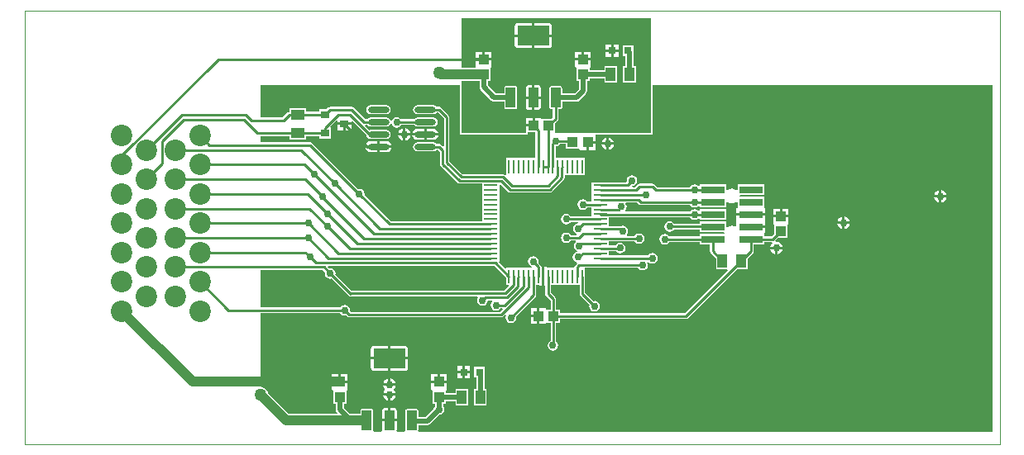
<source format=gtl>
G04*
G04 #@! TF.GenerationSoftware,Altium Limited,Altium Designer,18.1.6 (161)*
G04*
G04 Layer_Physical_Order=1*
G04 Layer_Color=255*
%FSLAX25Y25*%
%MOIN*%
G70*
G01*
G75*
%ADD16C,0.01000*%
%ADD17C,0.00100*%
G04:AMPARAMS|DCode=18|XSize=39.37mil|YSize=80.71mil|CornerRadius=1.97mil|HoleSize=0mil|Usage=FLASHONLY|Rotation=180.000|XOffset=0mil|YOffset=0mil|HoleType=Round|Shape=RoundedRectangle|*
%AMROUNDEDRECTD18*
21,1,0.03937,0.07677,0,0,180.0*
21,1,0.03543,0.08071,0,0,180.0*
1,1,0.00394,-0.01772,0.03839*
1,1,0.00394,0.01772,0.03839*
1,1,0.00394,0.01772,-0.03839*
1,1,0.00394,-0.01772,-0.03839*
%
%ADD18ROUNDEDRECTD18*%
G04:AMPARAMS|DCode=19|XSize=127.95mil|YSize=80.71mil|CornerRadius=2.02mil|HoleSize=0mil|Usage=FLASHONLY|Rotation=180.000|XOffset=0mil|YOffset=0mil|HoleType=Round|Shape=RoundedRectangle|*
%AMROUNDEDRECTD19*
21,1,0.12795,0.07667,0,0,180.0*
21,1,0.12392,0.08071,0,0,180.0*
1,1,0.00404,-0.06196,0.03834*
1,1,0.00404,0.06196,0.03834*
1,1,0.00404,0.06196,-0.03834*
1,1,0.00404,-0.06196,-0.03834*
%
%ADD19ROUNDEDRECTD19*%
%ADD20R,0.03150X0.03150*%
%ADD21R,0.03937X0.05512*%
%ADD22R,0.04134X0.04134*%
%ADD23R,0.01100X0.05800*%
%ADD24R,0.05800X0.01100*%
%ADD25R,0.05512X0.03937*%
%ADD26R,0.09449X0.02992*%
%ADD27O,0.08661X0.02362*%
%ADD28R,0.03543X0.03150*%
%ADD29R,0.04134X0.04134*%
%ADD46C,0.02000*%
%ADD47C,0.04000*%
%ADD48C,0.08661*%
%ADD49C,0.03000*%
%ADD50C,0.05000*%
G36*
X252500Y125500D02*
X214177D01*
X213946Y125904D01*
Y129652D01*
X214848Y130554D01*
X215091Y130918D01*
X215177Y131347D01*
X215177Y131348D01*
Y135229D01*
X215827D01*
X216138Y135291D01*
X216401Y135467D01*
X216577Y135730D01*
X216639Y136041D01*
Y138248D01*
X222443D01*
X223067Y138373D01*
X223596Y138726D01*
X226153Y141284D01*
X226507Y141813D01*
X226631Y142437D01*
Y146563D01*
X227667D01*
Y147599D01*
X233691D01*
Y145874D01*
X238828D01*
Y152586D01*
X233691D01*
Y150861D01*
X227667D01*
Y151766D01*
X227667Y151897D01*
X227984Y152266D01*
X228067D01*
Y154832D01*
X221933D01*
Y152266D01*
X222016D01*
X222333Y151897D01*
X222333Y151766D01*
Y146563D01*
X223369D01*
Y143113D01*
X221767Y141511D01*
X216639D01*
Y143718D01*
X216577Y144029D01*
X216401Y144293D01*
X216138Y144469D01*
X215827Y144531D01*
X212283D01*
X211973Y144469D01*
X211709Y144293D01*
X211533Y144029D01*
X211471Y143718D01*
Y136041D01*
X211533Y135730D01*
X211709Y135467D01*
X211973Y135291D01*
X212283Y135229D01*
X212934D01*
Y131812D01*
X212360Y131238D01*
X208744D01*
X208612Y131238D01*
X208244Y131556D01*
Y131638D01*
X205677D01*
Y128571D01*
X205177D01*
Y128071D01*
X202110D01*
X202110Y125504D01*
X201612Y125500D01*
X176000D01*
Y146608D01*
X182333D01*
Y146563D01*
X183369D01*
Y144151D01*
X183493Y143527D01*
X183846Y142998D01*
X188118Y138726D01*
X188647Y138373D01*
X189272Y138248D01*
X193361D01*
Y136041D01*
X193423Y135730D01*
X193599Y135467D01*
X193862Y135291D01*
X194173Y135229D01*
X197716D01*
X198027Y135291D01*
X198291Y135467D01*
X198467Y135730D01*
X198529Y136041D01*
Y143718D01*
X198467Y144029D01*
X198291Y144293D01*
X198027Y144469D01*
X197716Y144531D01*
X194173D01*
X193862Y144469D01*
X193599Y144293D01*
X193423Y144029D01*
X193361Y143718D01*
Y141511D01*
X189947D01*
X186631Y144827D01*
Y146563D01*
X187667D01*
Y151766D01*
X187667Y151897D01*
X187984Y152266D01*
X188067D01*
Y154832D01*
X181933D01*
Y152352D01*
X181933Y152266D01*
X181723Y151853D01*
X176000D01*
Y172000D01*
X252500D01*
Y125500D01*
D02*
G37*
G36*
X390000Y145000D02*
Y5000D01*
X158858Y5000D01*
X158579Y5478D01*
X158581Y5500D01*
X158639Y5791D01*
Y7725D01*
X162356D01*
X162980Y7849D01*
X163510Y8202D01*
X167207Y11900D01*
X167819Y12022D01*
X168514Y12486D01*
X168978Y13181D01*
X169141Y14000D01*
X168978Y14819D01*
X168631Y15338D01*
Y16333D01*
X169667D01*
Y17369D01*
X173665D01*
Y15447D01*
X178803D01*
Y22159D01*
X173665D01*
Y20631D01*
X169667D01*
Y21535D01*
X169667Y21667D01*
X169984Y22035D01*
X170067D01*
Y24602D01*
X163933D01*
Y22035D01*
X164016D01*
X164333Y21667D01*
X164333Y21535D01*
Y16333D01*
X165369D01*
Y15338D01*
X165022Y14819D01*
X164900Y14207D01*
X161680Y10987D01*
X158639D01*
Y13468D01*
X158577Y13779D01*
X158401Y14043D01*
X158138Y14219D01*
X157827Y14281D01*
X154283D01*
X153973Y14219D01*
X153709Y14043D01*
X153533Y13779D01*
X153471Y13468D01*
Y5791D01*
X153529Y5500D01*
X153531Y5478D01*
X153252Y5000D01*
X150238D01*
X149934Y5500D01*
X149992Y5791D01*
Y9130D01*
X147000D01*
X144008D01*
Y5791D01*
X144066Y5500D01*
X143762Y5000D01*
X140747D01*
X140469Y5478D01*
X140471Y5500D01*
X140529Y5791D01*
Y9339D01*
X140567Y9630D01*
X140529Y9921D01*
Y13468D01*
X140467Y13779D01*
X140291Y14043D01*
X140027Y14219D01*
X139716Y14281D01*
X136173D01*
X135862Y14219D01*
X135599Y14043D01*
X135423Y13779D01*
X135361Y13468D01*
Y12252D01*
X131055D01*
X128631Y14676D01*
Y16333D01*
X129667D01*
Y21535D01*
X129667Y21667D01*
X129984Y22035D01*
X130067D01*
Y24602D01*
X123933D01*
Y22035D01*
X124016D01*
X124333Y21667D01*
X124333Y21535D01*
Y16333D01*
X125369D01*
Y14000D01*
X125493Y13376D01*
X125847Y12846D01*
X125979Y12714D01*
X125787Y12252D01*
X106456D01*
X98039Y20670D01*
X98020Y20809D01*
X97708Y21563D01*
X97211Y22211D01*
X96563Y22708D01*
X95809Y23020D01*
X95000Y23127D01*
Y52878D01*
X127224D01*
X127486Y52486D01*
X128181Y52022D01*
X129000Y51859D01*
X129463Y51951D01*
X129989Y51425D01*
X129989Y51425D01*
X130352Y51182D01*
X130782Y51097D01*
X130782Y51097D01*
X192045D01*
X192045Y51097D01*
X192474Y51182D01*
X192838Y51425D01*
X193800Y52387D01*
X194188Y52068D01*
X194022Y51819D01*
X193859Y51000D01*
X194022Y50181D01*
X194486Y49486D01*
X195181Y49022D01*
X196000Y48859D01*
X196819Y49022D01*
X197514Y49486D01*
X197978Y50181D01*
X198141Y51000D01*
X198049Y51463D01*
X205872Y59286D01*
X205872Y59286D01*
X206115Y59649D01*
X206200Y60079D01*
X206200Y60079D01*
Y64207D01*
X207466D01*
Y63807D01*
X208516D01*
Y67707D01*
Y71607D01*
X208137D01*
X208083Y71875D01*
X207840Y72239D01*
X207840Y72239D01*
X207010Y73069D01*
X207141Y73731D01*
X206978Y74550D01*
X206514Y75245D01*
X205819Y75709D01*
X205000Y75872D01*
X204181Y75709D01*
X203486Y75245D01*
X203022Y74550D01*
X202859Y73731D01*
X203022Y72912D01*
X203486Y72217D01*
X204181Y71753D01*
X204413Y71707D01*
X204363Y71207D01*
X194086D01*
Y71096D01*
X193624Y70905D01*
X191098Y73431D01*
X191289Y73893D01*
X191400D01*
Y75861D01*
Y79798D01*
Y83735D01*
Y87672D01*
Y91609D01*
Y95546D01*
Y99483D01*
Y104572D01*
X191900Y104779D01*
X194870Y101809D01*
X194870Y101809D01*
X195234Y101566D01*
X195663Y101480D01*
X211636D01*
X211636Y101480D01*
X212065Y101566D01*
X212429Y101809D01*
X217364Y106745D01*
X217364Y106745D01*
X217607Y107108D01*
X217693Y107538D01*
Y108407D01*
X225914D01*
Y115407D01*
X214074D01*
Y120089D01*
X214110Y120118D01*
X214929Y120281D01*
X215624Y120745D01*
X215886Y121138D01*
X218231D01*
Y119082D01*
X223433D01*
X223565Y119082D01*
X223933Y118765D01*
Y118683D01*
X226500D01*
Y121749D01*
X227000D01*
Y122249D01*
X230067D01*
X230067Y124816D01*
X230553Y124850D01*
X252500D01*
X252959Y125041D01*
X253149Y125500D01*
Y145000D01*
X390000D01*
D02*
G37*
G36*
X175350Y145000D02*
Y125500D01*
X175541Y125041D01*
X176000Y124850D01*
X201612D01*
X201614Y124852D01*
X201617Y124851D01*
X202116Y124855D01*
X202342Y124951D01*
X202569Y125045D01*
X202570Y125048D01*
X202573Y125049D01*
X202665Y125277D01*
X202759Y125504D01*
Y125904D01*
X205926D01*
Y115407D01*
X194086D01*
Y108735D01*
X193586Y108528D01*
X193501Y108614D01*
X193137Y108857D01*
X192708Y108942D01*
X192708Y108942D01*
X176463D01*
X171222Y114183D01*
Y131935D01*
X171136Y132365D01*
X170893Y132729D01*
X170893Y132729D01*
X167793Y135828D01*
X167429Y136072D01*
X167000Y136157D01*
X167000Y136157D01*
X166063D01*
X165954Y136319D01*
X165365Y136713D01*
X164670Y136851D01*
X158371D01*
X157676Y136713D01*
X157087Y136319D01*
X156693Y135730D01*
X156555Y135035D01*
X156693Y134341D01*
X157087Y133751D01*
X157676Y133358D01*
X158371Y133219D01*
X164670D01*
X165365Y133358D01*
X165954Y133751D01*
X166063Y133914D01*
X166535D01*
X168978Y131471D01*
Y120261D01*
X168517Y120070D01*
X167758Y120828D01*
X167394Y121072D01*
X166965Y121157D01*
X166964Y121157D01*
X166063D01*
X165954Y121319D01*
X165365Y121713D01*
X164670Y121851D01*
X158371D01*
X157676Y121713D01*
X157087Y121319D01*
X156693Y120730D01*
X156555Y120035D01*
X156693Y119341D01*
X157087Y118751D01*
X157676Y118358D01*
X158371Y118219D01*
X164670D01*
X165365Y118358D01*
X165954Y118751D01*
X166024Y118856D01*
X166528Y118886D01*
X167378Y118035D01*
Y113056D01*
X167378Y113056D01*
X167464Y112627D01*
X167707Y112263D01*
X174543Y105427D01*
X174543Y105427D01*
X174907Y105184D01*
X175336Y105099D01*
X175336Y105099D01*
X184400D01*
Y101452D01*
Y97515D01*
Y93578D01*
Y89944D01*
X147532D01*
X136975Y100502D01*
X137067Y100965D01*
X136904Y101784D01*
X136440Y102479D01*
X135745Y102943D01*
X134925Y103106D01*
X134463Y103014D01*
X115953Y121523D01*
X115589Y121767D01*
X115160Y121852D01*
X115160Y121852D01*
X95000D01*
Y124392D01*
X106644D01*
Y122945D01*
X113356D01*
Y124392D01*
X118691D01*
Y123339D01*
X123435D01*
Y127688D01*
X123391D01*
X123200Y128150D01*
X125703Y130654D01*
X126165Y130463D01*
Y129754D01*
X128937D01*
X131709D01*
Y130095D01*
X132171Y130287D01*
X137716Y124741D01*
X137796Y124340D01*
X138189Y123751D01*
X138778Y123358D01*
X139473Y123219D01*
X145773D01*
X146468Y123358D01*
X147057Y123751D01*
X147450Y124340D01*
X147589Y125035D01*
X147450Y125730D01*
X147057Y126320D01*
X146468Y126713D01*
X145773Y126851D01*
X139473D01*
X138893Y126736D01*
X137216Y128414D01*
X137423Y128914D01*
X138081D01*
X138189Y128751D01*
X138778Y128358D01*
X139473Y128219D01*
X145773D01*
X146468Y128358D01*
X147057Y128751D01*
X147446Y129334D01*
X147476Y129340D01*
X147958Y129327D01*
X148022Y129004D01*
X148486Y128310D01*
X149181Y127846D01*
X150000Y127683D01*
X150819Y127846D01*
X151514Y128310D01*
X151918Y128914D01*
X156978D01*
X157087Y128751D01*
X157676Y128358D01*
X158371Y128219D01*
X164670D01*
X165365Y128358D01*
X165954Y128751D01*
X166348Y129341D01*
X166486Y130035D01*
X166348Y130730D01*
X165954Y131319D01*
X165365Y131713D01*
X164670Y131851D01*
X158371D01*
X157676Y131713D01*
X157087Y131319D01*
X156978Y131157D01*
X151635D01*
X151514Y131338D01*
X150819Y131802D01*
X150000Y131965D01*
X149181Y131802D01*
X148486Y131338D01*
X148022Y130643D01*
X148000Y130532D01*
X147490D01*
X147450Y130730D01*
X147057Y131319D01*
X146468Y131713D01*
X145773Y131851D01*
X139473D01*
X138778Y131713D01*
X138189Y131319D01*
X138081Y131157D01*
X137301D01*
X132671Y135787D01*
X132307Y136030D01*
X131878Y136115D01*
X131878Y136115D01*
X123063D01*
X123063Y136115D01*
X122634Y136030D01*
X122270Y135787D01*
X122270Y135787D01*
X121652Y135169D01*
X118691D01*
Y134115D01*
X113356D01*
Y135562D01*
X106644D01*
Y134096D01*
X106315Y134030D01*
X105951Y133787D01*
X105951Y133787D01*
X103954Y131790D01*
X95000D01*
Y143740D01*
Y145000D01*
X175350D01*
D02*
G37*
G36*
X194086Y67270D02*
Y64207D01*
X195006D01*
X195197Y63745D01*
X193325Y61873D01*
X131811D01*
X125284Y68400D01*
X125376Y68863D01*
X125213Y69682D01*
X124749Y70377D01*
X124055Y70841D01*
X123235Y71004D01*
X122772Y70912D01*
X122109Y71575D01*
X122300Y72037D01*
X189319D01*
X194086Y67270D01*
D02*
G37*
G36*
X121186Y69326D02*
X121094Y68863D01*
X121257Y68044D01*
X121721Y67349D01*
X122416Y66885D01*
X123235Y66722D01*
X123698Y66814D01*
X130654Y59858D01*
X130654Y59858D01*
X131018Y59615D01*
X131447Y59530D01*
X131876Y59615D01*
X131898Y59630D01*
X182462D01*
X182729Y59130D01*
X182522Y58819D01*
X182359Y58000D01*
X182522Y57181D01*
X182986Y56486D01*
X183681Y56022D01*
X184500Y55859D01*
X185319Y56022D01*
X186014Y56486D01*
X186478Y57181D01*
X186641Y58000D01*
X186666Y58030D01*
X188358D01*
X188510Y57530D01*
X188486Y57514D01*
X188022Y56819D01*
X187859Y56000D01*
X188022Y55181D01*
X188486Y54486D01*
X189181Y54022D01*
X190000Y53859D01*
X190819Y54022D01*
X191514Y54486D01*
X191776Y54878D01*
X192466D01*
X192657Y54417D01*
X191580Y53340D01*
X131473D01*
X131097Y53778D01*
X131141Y54000D01*
X130978Y54819D01*
X130514Y55514D01*
X129819Y55978D01*
X129000Y56141D01*
X128181Y55978D01*
X127486Y55514D01*
X127224Y55122D01*
X95000D01*
Y70315D01*
X120197D01*
X121186Y69326D01*
D02*
G37*
%LPC*%
G36*
X211196Y169939D02*
X205500D01*
Y165380D01*
X212421D01*
Y168713D01*
X212328Y169182D01*
X212062Y169580D01*
X211665Y169845D01*
X211196Y169939D01*
D02*
G37*
G36*
X204500D02*
X198804D01*
X198335Y169845D01*
X197938Y169580D01*
X197672Y169182D01*
X197579Y168713D01*
Y165380D01*
X204500D01*
Y169939D01*
D02*
G37*
G36*
X212421Y164380D02*
X205500D01*
Y159821D01*
X211196D01*
X211665Y159914D01*
X212062Y160180D01*
X212328Y160577D01*
X212421Y161046D01*
Y164380D01*
D02*
G37*
G36*
X204500D02*
X197579D01*
Y161046D01*
X197672Y160577D01*
X197938Y160180D01*
X198335Y159914D01*
X198804Y159821D01*
X204500D01*
Y164380D01*
D02*
G37*
G36*
X239425Y161352D02*
X237350D01*
Y159277D01*
X239425D01*
Y161352D01*
D02*
G37*
G36*
X236350D02*
X234276D01*
Y159277D01*
X236350D01*
Y161352D01*
D02*
G37*
G36*
X239425Y158277D02*
X237350D01*
Y156202D01*
X239425D01*
Y158277D01*
D02*
G37*
G36*
X236350D02*
X234276D01*
Y156202D01*
X236350D01*
Y158277D01*
D02*
G37*
G36*
X228067Y158399D02*
X225500D01*
Y155833D01*
X228067D01*
Y158399D01*
D02*
G37*
G36*
X224500D02*
X221933D01*
Y155833D01*
X224500D01*
Y158399D01*
D02*
G37*
G36*
X188067D02*
X185500D01*
Y155833D01*
X188067D01*
Y158399D01*
D02*
G37*
G36*
X184500D02*
X181933D01*
Y155833D01*
X184500D01*
Y158399D01*
D02*
G37*
G36*
X245324Y160952D02*
X240975D01*
Y156603D01*
X242109D01*
Y152586D01*
X241172D01*
Y145874D01*
X246309D01*
Y152586D01*
X245372D01*
Y158187D01*
X245324Y158424D01*
Y160952D01*
D02*
G37*
G36*
X206772Y144939D02*
X205500D01*
Y140380D01*
X207992D01*
Y143718D01*
X207899Y144185D01*
X207634Y144581D01*
X207239Y144846D01*
X206772Y144939D01*
D02*
G37*
G36*
X204500D02*
X203228D01*
X202761Y144846D01*
X202365Y144581D01*
X202101Y144185D01*
X202008Y143718D01*
Y140380D01*
X204500D01*
Y144939D01*
D02*
G37*
G36*
X207992Y139380D02*
X205500D01*
Y134821D01*
X206772D01*
X207239Y134914D01*
X207634Y135178D01*
X207899Y135574D01*
X207992Y136041D01*
Y139380D01*
D02*
G37*
G36*
X204500D02*
X202008D01*
Y136041D01*
X202101Y135574D01*
X202365Y135178D01*
X202761Y134914D01*
X203228Y134821D01*
X204500D01*
Y139380D01*
D02*
G37*
G36*
X204677Y131638D02*
X202110D01*
Y129071D01*
X204677D01*
Y131638D01*
D02*
G37*
G36*
X235500Y123699D02*
Y121749D01*
X237450D01*
X237355Y122225D01*
X236802Y123052D01*
X235976Y123604D01*
X235500Y123699D01*
D02*
G37*
G36*
X234500D02*
X234025Y123604D01*
X233198Y123052D01*
X232645Y122225D01*
X232551Y121749D01*
X234500D01*
Y123699D01*
D02*
G37*
G36*
X237450Y120749D02*
X235500D01*
Y118800D01*
X235976Y118895D01*
X236802Y119447D01*
X237355Y120274D01*
X237450Y120749D01*
D02*
G37*
G36*
X234500D02*
X232551D01*
X232645Y120274D01*
X233198Y119447D01*
X234025Y118895D01*
X234500Y118800D01*
Y120749D01*
D02*
G37*
G36*
X230067Y121249D02*
X227500D01*
Y118683D01*
X230067D01*
Y121249D01*
D02*
G37*
G36*
X244783Y108521D02*
X243964Y108358D01*
X243269Y107894D01*
X242805Y107199D01*
X242642Y106380D01*
X242695Y106115D01*
X242329Y105692D01*
X235600D01*
Y105720D01*
X228600D01*
Y101452D01*
Y97818D01*
X226776D01*
X226514Y98210D01*
X225819Y98675D01*
X225000Y98838D01*
X224181Y98675D01*
X223486Y98210D01*
X223022Y97516D01*
X222859Y96696D01*
X223022Y95877D01*
X223486Y95182D01*
X224181Y94718D01*
X225000Y94555D01*
X225819Y94718D01*
X226514Y95182D01*
X226776Y95575D01*
X228600D01*
Y91913D01*
X220091D01*
X219829Y92305D01*
X219134Y92769D01*
X218315Y92932D01*
X217496Y92769D01*
X216801Y92305D01*
X216337Y91610D01*
X216174Y90791D01*
X216337Y89972D01*
X216801Y89277D01*
X217496Y88813D01*
X218315Y88650D01*
X219134Y88813D01*
X219829Y89277D01*
X220091Y89669D01*
X223032D01*
X223269Y89169D01*
X223236Y89130D01*
X223178Y89141D01*
X222358Y88978D01*
X221664Y88514D01*
X221199Y87819D01*
X221037Y87000D01*
X221199Y86181D01*
X221664Y85486D01*
X222303Y85059D01*
X222374Y84960D01*
X222499Y84484D01*
X222414Y84370D01*
X220091D01*
X219829Y84762D01*
X219134Y85226D01*
X218315Y85389D01*
X217496Y85226D01*
X216801Y84762D01*
X216337Y84067D01*
X216174Y83248D01*
X216337Y82429D01*
X216801Y81734D01*
X217496Y81270D01*
X218315Y81107D01*
X219134Y81270D01*
X219829Y81734D01*
X220091Y82126D01*
X222072D01*
X222224Y81626D01*
X222056Y81514D01*
X221591Y80819D01*
X221428Y80000D01*
X221591Y79181D01*
X222056Y78486D01*
X222691Y78062D01*
X222703Y77821D01*
X222638Y77542D01*
X222181Y77451D01*
X221486Y76986D01*
X221022Y76292D01*
X220859Y75472D01*
X221022Y74653D01*
X221486Y73958D01*
X222181Y73494D01*
X222511Y73428D01*
X222586Y73309D01*
X222661Y72889D01*
X222002Y72230D01*
X221759Y71866D01*
X221674Y71437D01*
X221272Y71207D01*
X210566D01*
Y71607D01*
X209516D01*
Y67707D01*
Y63807D01*
X209863D01*
Y60651D01*
X209863Y60651D01*
X209948Y60222D01*
X210191Y59858D01*
X212028Y58021D01*
Y54401D01*
X210614D01*
X210483Y54401D01*
X210114Y54718D01*
Y54801D01*
X207547D01*
Y51734D01*
Y48667D01*
X210114D01*
Y48750D01*
X210483Y49067D01*
X210614Y49067D01*
X212028D01*
Y41711D01*
X211439Y41317D01*
X210975Y40622D01*
X210812Y39803D01*
X210975Y38984D01*
X211439Y38289D01*
X212133Y37825D01*
X212953Y37662D01*
X213772Y37825D01*
X214467Y38289D01*
X214931Y38984D01*
X215094Y39803D01*
X214931Y40622D01*
X214467Y41317D01*
X214271Y41448D01*
Y49067D01*
X215816D01*
Y50612D01*
X266592D01*
X266592Y50612D01*
X267021Y50698D01*
X267385Y50941D01*
X286970Y70526D01*
X291309D01*
Y74864D01*
X293470Y77026D01*
X293470Y77026D01*
X293713Y77390D01*
X293799Y77819D01*
Y80545D01*
X298002D01*
Y81520D01*
X301223D01*
X301374Y81020D01*
X301198Y80902D01*
X300645Y80075D01*
X300551Y79599D01*
X305450D01*
X305355Y80075D01*
X304802Y80902D01*
X303976Y81454D01*
X303000Y81648D01*
X302805Y81609D01*
X302559Y82070D01*
X303719Y83231D01*
X307467D01*
Y88433D01*
X307467Y88565D01*
X307785Y88933D01*
X307867D01*
Y91500D01*
X301733D01*
Y88933D01*
X301816D01*
X302133Y88565D01*
X302133Y88433D01*
Y84817D01*
X301079Y83763D01*
X298002D01*
Y84737D01*
X298224Y85145D01*
X298402D01*
Y87141D01*
X292677D01*
Y88141D01*
X298402D01*
Y89645D01*
X298402Y90137D01*
X298402Y90637D01*
Y92141D01*
X292677D01*
X286953D01*
Y90637D01*
X286953Y90145D01*
X286953Y89645D01*
Y87950D01*
X286819Y87884D01*
X286453Y87753D01*
X285775Y88033D01*
X285000Y88135D01*
X284225Y88033D01*
X283503Y87734D01*
X283147Y87461D01*
X282647Y87708D01*
Y89737D01*
X271998D01*
Y88881D01*
X261776D01*
X261514Y89273D01*
X260819Y89738D01*
X260000Y89901D01*
X259181Y89738D01*
X258486Y89273D01*
X258022Y88579D01*
X257859Y87759D01*
X258022Y86940D01*
X258486Y86245D01*
X259181Y85781D01*
X260000Y85618D01*
X260819Y85781D01*
X261514Y86245D01*
X261776Y86638D01*
X271998D01*
Y85545D01*
X281680D01*
X282010Y85169D01*
X282006Y85141D01*
X282010Y85113D01*
X281680Y84737D01*
X271998D01*
Y83763D01*
X259776D01*
X259514Y84155D01*
X258819Y84619D01*
X258000Y84782D01*
X257181Y84619D01*
X256486Y84155D01*
X256022Y83461D01*
X255859Y82641D01*
X256022Y81822D01*
X256486Y81127D01*
X257181Y80663D01*
X258000Y80500D01*
X258819Y80663D01*
X259514Y81127D01*
X259776Y81520D01*
X271998D01*
Y80545D01*
X276201D01*
Y77819D01*
X276201Y77819D01*
X276287Y77390D01*
X276530Y77026D01*
X278691Y74864D01*
Y70526D01*
X283145D01*
X283336Y70064D01*
X266128Y52856D01*
X215816D01*
Y54401D01*
X214271D01*
Y58486D01*
X214271Y58486D01*
X214186Y58915D01*
X213943Y59279D01*
X213943Y59279D01*
X212106Y61116D01*
Y64207D01*
X223642D01*
Y60651D01*
X223642Y60651D01*
X223728Y60222D01*
X223971Y59858D01*
X227709Y56120D01*
X227617Y55657D01*
X227780Y54838D01*
X228244Y54143D01*
X228938Y53679D01*
X229758Y53516D01*
X230577Y53679D01*
X231272Y54143D01*
X231736Y54838D01*
X231899Y55657D01*
X231736Y56477D01*
X231272Y57171D01*
X230577Y57635D01*
X229758Y57798D01*
X229295Y57706D01*
X225885Y61116D01*
Y64207D01*
X225914D01*
Y71090D01*
X247255D01*
X247517Y70697D01*
X248212Y70233D01*
X249031Y70070D01*
X249851Y70233D01*
X250546Y70697D01*
X251010Y71392D01*
X251173Y72211D01*
X251010Y73031D01*
X250905Y73187D01*
X251167Y73695D01*
X251459Y73705D01*
X251576Y73529D01*
X252271Y73065D01*
X253091Y72902D01*
X253910Y73065D01*
X254605Y73529D01*
X255069Y74224D01*
X255232Y75043D01*
X255069Y75862D01*
X254605Y76557D01*
X253910Y77021D01*
X253091Y77184D01*
X252271Y77021D01*
X251576Y76557D01*
X251314Y76164D01*
X235600D01*
Y77858D01*
X238303D01*
X238486Y77585D01*
X239181Y77121D01*
X240000Y76958D01*
X240819Y77121D01*
X241514Y77585D01*
X241978Y78280D01*
X242141Y79099D01*
X241978Y79919D01*
X241514Y80613D01*
X240819Y81077D01*
X240000Y81240D01*
X239181Y81077D01*
X238486Y80613D01*
X238144Y80101D01*
X235600D01*
Y81795D01*
X245933D01*
X246195Y81403D01*
X246890Y80939D01*
X247709Y80776D01*
X248529Y80939D01*
X249223Y81403D01*
X249687Y82098D01*
X249850Y82917D01*
X249687Y83736D01*
X249223Y84431D01*
X248529Y84895D01*
X247709Y85058D01*
X246890Y84895D01*
X246195Y84431D01*
X245933Y84039D01*
X242751D01*
X242624Y84539D01*
X243053Y85181D01*
X243216Y86000D01*
X243053Y86819D01*
X242589Y87514D01*
X241894Y87978D01*
X241075Y88141D01*
X240255Y87978D01*
X240227Y87959D01*
X240146Y87976D01*
X235600D01*
Y91520D01*
X268224D01*
X268486Y91127D01*
X269181Y90663D01*
X270000Y90500D01*
X270819Y90663D01*
X271498Y91117D01*
X271593Y91099D01*
X271998Y90952D01*
Y90545D01*
X282647D01*
Y94737D01*
X271998D01*
Y94330D01*
X271593Y94184D01*
X271498Y94166D01*
X270819Y94620D01*
X270000Y94782D01*
X269181Y94620D01*
X268486Y94155D01*
X268224Y93763D01*
X242127D01*
X241975Y94263D01*
X242014Y94289D01*
X242479Y94984D01*
X242642Y95803D01*
X242479Y96623D01*
X242197Y97043D01*
X242465Y97543D01*
X246870D01*
X247566Y96848D01*
X247566Y96848D01*
X247930Y96605D01*
X248359Y96520D01*
X248359Y96520D01*
X268224D01*
X268486Y96127D01*
X269181Y95663D01*
X270000Y95500D01*
X270819Y95663D01*
X271498Y96117D01*
X271593Y96099D01*
X271998Y95952D01*
Y95545D01*
X282647D01*
Y97575D01*
X283147Y97821D01*
X283503Y97548D01*
X284225Y97249D01*
X285000Y97147D01*
X285775Y97249D01*
X286497Y97548D01*
X286853Y97821D01*
X287353Y97575D01*
Y95637D01*
X287353Y95545D01*
X287130Y95137D01*
X286953D01*
Y93141D01*
X292677D01*
X298402D01*
Y95137D01*
X298224D01*
X298002Y95545D01*
X298002Y95637D01*
Y99737D01*
X288320D01*
X287990Y100113D01*
X287994Y100141D01*
X287990Y100169D01*
X288320Y100545D01*
X298002D01*
Y104737D01*
X287353D01*
Y102708D01*
X286853Y102461D01*
X286497Y102734D01*
X285775Y103033D01*
X285000Y103135D01*
X284225Y103033D01*
X283503Y102734D01*
X283147Y102461D01*
X282647Y102708D01*
Y104737D01*
X271998D01*
Y104291D01*
X271593Y104145D01*
X271498Y104126D01*
X270819Y104580D01*
X270000Y104743D01*
X269181Y104580D01*
X268486Y104116D01*
X268224Y103724D01*
X254996D01*
X253926Y104793D01*
X253563Y105036D01*
X253133Y105122D01*
X253133Y105122D01*
X247867D01*
X247867Y105122D01*
X247437Y105036D01*
X247074Y104793D01*
X247074Y104793D01*
X246004Y103724D01*
X244963D01*
X244726Y104224D01*
X244745Y104246D01*
X244783Y104239D01*
X245603Y104402D01*
X246298Y104866D01*
X246762Y105560D01*
X246925Y106380D01*
X246762Y107199D01*
X246298Y107894D01*
X245603Y108358D01*
X244783Y108521D01*
D02*
G37*
G36*
X369500Y102450D02*
Y100500D01*
X371449D01*
X371355Y100976D01*
X370802Y101802D01*
X369975Y102355D01*
X369500Y102450D01*
D02*
G37*
G36*
X368500D02*
X368024Y102355D01*
X367198Y101802D01*
X366645Y100976D01*
X366550Y100500D01*
X368500D01*
Y102450D01*
D02*
G37*
G36*
X371449Y99500D02*
X369500D01*
Y97550D01*
X369975Y97645D01*
X370802Y98198D01*
X371355Y99024D01*
X371449Y99500D01*
D02*
G37*
G36*
X368500D02*
X366550D01*
X366645Y99024D01*
X367198Y98198D01*
X368024Y97645D01*
X368500Y97550D01*
Y99500D01*
D02*
G37*
G36*
X307867Y95067D02*
X305300D01*
Y92500D01*
X307867D01*
Y95067D01*
D02*
G37*
G36*
X304300D02*
X301733D01*
Y92500D01*
X304300D01*
Y95067D01*
D02*
G37*
G36*
X330500Y91785D02*
Y89836D01*
X332450D01*
X332355Y90311D01*
X331802Y91138D01*
X330976Y91690D01*
X330500Y91785D01*
D02*
G37*
G36*
X329500D02*
X329025Y91690D01*
X328198Y91138D01*
X327645Y90311D01*
X327551Y89836D01*
X329500D01*
Y91785D01*
D02*
G37*
G36*
X332450Y88836D02*
X330500D01*
Y86886D01*
X330976Y86980D01*
X331802Y87533D01*
X332355Y88360D01*
X332450Y88836D01*
D02*
G37*
G36*
X329500D02*
X327551D01*
X327645Y88360D01*
X328198Y87533D01*
X329025Y86980D01*
X329500Y86886D01*
Y88836D01*
D02*
G37*
G36*
X305450Y78599D02*
X303500D01*
Y76650D01*
X303976Y76744D01*
X304802Y77297D01*
X305355Y78124D01*
X305450Y78599D01*
D02*
G37*
G36*
X302500D02*
X300551D01*
X300645Y78124D01*
X301198Y77297D01*
X302025Y76744D01*
X302500Y76650D01*
Y78599D01*
D02*
G37*
G36*
X206547Y54801D02*
X203980D01*
Y52234D01*
X206547D01*
Y54801D01*
D02*
G37*
G36*
Y51234D02*
X203980D01*
Y48667D01*
X206547D01*
Y51234D01*
D02*
G37*
G36*
X153196Y39689D02*
X147500D01*
Y35130D01*
X154421D01*
Y38464D01*
X154328Y38932D01*
X154062Y39330D01*
X153665Y39596D01*
X153196Y39689D01*
D02*
G37*
G36*
X146500D02*
X140804D01*
X140335Y39596D01*
X139938Y39330D01*
X139672Y38932D01*
X139579Y38464D01*
Y35130D01*
X146500D01*
Y39689D01*
D02*
G37*
G36*
X154421Y34130D02*
X147500D01*
Y29571D01*
X153196D01*
X153665Y29664D01*
X154062Y29930D01*
X154328Y30327D01*
X154421Y30796D01*
Y34130D01*
D02*
G37*
G36*
X146500D02*
X139579D01*
Y30796D01*
X139672Y30327D01*
X139938Y29930D01*
X140335Y29664D01*
X140804Y29571D01*
X146500D01*
Y34130D01*
D02*
G37*
G36*
X179575Y31575D02*
X177500D01*
Y29500D01*
X179575D01*
Y31575D01*
D02*
G37*
G36*
X176500D02*
X174425D01*
Y29500D01*
X176500D01*
Y31575D01*
D02*
G37*
G36*
X179575Y28500D02*
X177500D01*
Y26425D01*
X179575D01*
Y28500D01*
D02*
G37*
G36*
X176500D02*
X174425D01*
Y26425D01*
X176500D01*
Y28500D01*
D02*
G37*
G36*
X170067Y28169D02*
X167500D01*
Y25602D01*
X170067D01*
Y28169D01*
D02*
G37*
G36*
X166500D02*
X163933D01*
Y25602D01*
X166500D01*
Y28169D01*
D02*
G37*
G36*
X130067D02*
X127500D01*
Y25602D01*
X130067D01*
Y28169D01*
D02*
G37*
G36*
X126500D02*
X123933D01*
Y25602D01*
X126500D01*
Y28169D01*
D02*
G37*
G36*
X147500Y26449D02*
Y24500D01*
X149450D01*
X149355Y24975D01*
X148802Y25802D01*
X147976Y26355D01*
X147500Y26449D01*
D02*
G37*
G36*
X146500D02*
X146025Y26355D01*
X145198Y25802D01*
X144645Y24975D01*
X144551Y24500D01*
X146500D01*
Y26449D01*
D02*
G37*
G36*
X149450Y23500D02*
X144551D01*
X144645Y23024D01*
X145198Y22198D01*
Y21802D01*
X144645Y20976D01*
X144551Y20500D01*
X149450D01*
X149355Y20976D01*
X148802Y21802D01*
Y22198D01*
X149355Y23024D01*
X149450Y23500D01*
D02*
G37*
G36*
Y19500D02*
X147500D01*
Y17550D01*
X147976Y17645D01*
X148802Y18198D01*
X149355Y19025D01*
X149450Y19500D01*
D02*
G37*
G36*
X146500D02*
X144551D01*
X144645Y19025D01*
X145198Y18198D01*
X146025Y17645D01*
X146500Y17550D01*
Y19500D01*
D02*
G37*
G36*
X185474Y31175D02*
X181124D01*
Y26825D01*
X182083D01*
Y22159D01*
X181146D01*
Y15447D01*
X186283D01*
Y22159D01*
X185346D01*
Y26825D01*
X185474D01*
Y31175D01*
D02*
G37*
G36*
X148772Y14689D02*
X147500D01*
Y10130D01*
X149992D01*
Y13468D01*
X149899Y13936D01*
X149635Y14331D01*
X149239Y14596D01*
X148772Y14689D01*
D02*
G37*
G36*
X146500D02*
X145228D01*
X144761Y14596D01*
X144366Y14331D01*
X144101Y13936D01*
X144008Y13468D01*
Y10130D01*
X146500D01*
Y14689D01*
D02*
G37*
G36*
X145773Y136851D02*
X139473D01*
X138778Y136713D01*
X138189Y136319D01*
X137796Y135730D01*
X137657Y135035D01*
X137796Y134341D01*
X138189Y133751D01*
X138778Y133358D01*
X139473Y133219D01*
X145773D01*
X146468Y133358D01*
X147057Y133751D01*
X147450Y134341D01*
X147589Y135035D01*
X147450Y135730D01*
X147057Y136319D01*
X146468Y136713D01*
X145773Y136851D01*
D02*
G37*
G36*
X131709Y128754D02*
X129437D01*
Y126679D01*
X131709D01*
Y128754D01*
D02*
G37*
G36*
X128437D02*
X126165D01*
Y126679D01*
X128437D01*
Y128754D01*
D02*
G37*
G36*
X164670Y127259D02*
X162021D01*
Y125535D01*
X166795D01*
X166725Y125886D01*
X166243Y126608D01*
X165521Y127090D01*
X164670Y127259D01*
D02*
G37*
G36*
X161021D02*
X158371D01*
X157520Y127090D01*
X156799Y126608D01*
X156316Y125886D01*
X156247Y125535D01*
X161021D01*
Y127259D01*
D02*
G37*
G36*
X153500Y127450D02*
Y125500D01*
X155449D01*
X155355Y125976D01*
X154802Y126802D01*
X153975Y127355D01*
X153500Y127450D01*
D02*
G37*
G36*
X152500D02*
X152024Y127355D01*
X151198Y126802D01*
X150645Y125976D01*
X150550Y125500D01*
X152500D01*
Y127450D01*
D02*
G37*
G36*
X166795Y124535D02*
X162021D01*
Y122812D01*
X164670D01*
X165521Y122981D01*
X166243Y123463D01*
X166725Y124184D01*
X166795Y124535D01*
D02*
G37*
G36*
X161021D02*
X156247D01*
X156316Y124184D01*
X156799Y123463D01*
X157520Y122981D01*
X158371Y122812D01*
X161021D01*
Y124535D01*
D02*
G37*
G36*
X155449Y124500D02*
X153500D01*
Y122550D01*
X153975Y122645D01*
X154802Y123198D01*
X155355Y124024D01*
X155449Y124500D01*
D02*
G37*
G36*
X152500D02*
X150550D01*
X150645Y124024D01*
X151198Y123198D01*
X152024Y122645D01*
X152500Y122550D01*
Y124500D01*
D02*
G37*
G36*
X145773Y122259D02*
X143123D01*
Y120535D01*
X147897D01*
X147827Y120886D01*
X147345Y121608D01*
X146624Y122090D01*
X145773Y122259D01*
D02*
G37*
G36*
X142123D02*
X139473D01*
X138622Y122090D01*
X137901Y121608D01*
X137419Y120886D01*
X137349Y120535D01*
X142123D01*
Y122259D01*
D02*
G37*
G36*
X147897Y119535D02*
X143123D01*
Y117812D01*
X145773D01*
X146624Y117981D01*
X147345Y118463D01*
X147827Y119184D01*
X147897Y119535D01*
D02*
G37*
G36*
X142123D02*
X137349D01*
X137419Y119184D01*
X137901Y118463D01*
X138622Y117981D01*
X139473Y117812D01*
X142123D01*
Y119535D01*
D02*
G37*
%LPD*%
D16*
X219902Y122259D02*
X220898Y123255D01*
X39252Y112776D02*
Y116519D01*
X78066Y155333D01*
X55475Y113250D02*
Y122233D01*
X49095Y106870D02*
X55475Y113250D01*
X70748Y124587D02*
X74604Y120730D01*
X115160D01*
X134925Y100965D01*
X170100Y113719D02*
Y131935D01*
Y113719D02*
X175998Y107820D01*
X192708D01*
X196326Y104202D01*
X210973D01*
X195663Y102602D02*
X211636D01*
X192045Y106220D02*
X195663Y102602D01*
X175336Y106220D02*
X192045D01*
X168500Y113056D02*
X175336Y106220D01*
X211636Y102602D02*
X216571Y107538D01*
Y111588D01*
X216890Y111907D01*
X214921Y108150D02*
Y111907D01*
X210973Y104202D02*
X214921Y108150D01*
X197205Y64166D02*
Y67707D01*
X193790Y60751D02*
X197205Y64166D01*
X131547Y60751D02*
X193790D01*
X131447Y60651D02*
X131547Y60751D01*
X185651Y59151D02*
X194453D01*
X198855Y63554D01*
Y67388D01*
X199173Y67707D01*
X201142Y63578D02*
Y67707D01*
X193564Y56000D02*
X201142Y63578D01*
X190000Y56000D02*
X193564D01*
X129000Y54000D02*
X130782Y52218D01*
X192045D01*
X203110Y63284D01*
X196000Y51000D02*
X205079Y60079D01*
Y67707D01*
X270000Y92641D02*
X277087D01*
X232218D02*
X270000D01*
X260000Y87759D02*
X277205D01*
X258000Y82641D02*
X276772D01*
X277047Y82917D01*
X277087Y92641D02*
X277205Y92759D01*
X232100D02*
X232218Y92641D01*
X270000Y97641D02*
X277087D01*
X248359D02*
X270000D01*
X232100Y82917D02*
X247709D01*
X250374Y100633D02*
X250571D01*
X232100D02*
X250374D01*
X232100Y102602D02*
X246468D01*
X242974Y104570D02*
X244783Y106380D01*
X270000Y102602D02*
X277047D01*
X254532D02*
X270000D01*
X239425Y94728D02*
X240500Y95803D01*
X232100Y98665D02*
X247335D01*
X189784Y73159D02*
X195236Y67707D01*
X117314Y73159D02*
X189784D01*
X115000Y75472D02*
X117314Y73159D01*
X184500Y58000D02*
X185651Y59151D01*
X203110Y63284D02*
Y67707D01*
X121063Y132994D02*
X123063Y134994D01*
X131878D01*
X136836Y130035D01*
X142623D01*
X139008Y125035D02*
X142623D01*
X131050Y132994D02*
X139008Y125035D01*
X126457Y132994D02*
X131050D01*
X121063Y125514D02*
Y127600D01*
X126457Y132994D01*
X214110Y122259D02*
X219902D01*
X212953Y111907D02*
Y121102D01*
X214110Y122259D01*
X214055Y131347D02*
Y139880D01*
X211279Y128571D02*
X214055Y131347D01*
X210984Y128277D02*
X211279Y128571D01*
X210984Y111907D02*
Y128277D01*
X205177Y128571D02*
X207047Y126701D01*
Y111907D02*
Y126701D01*
X213150Y51734D02*
X266592D01*
X288740Y73882D01*
X224764Y60651D02*
X229758Y55657D01*
X224764Y60651D02*
Y67707D01*
X150212Y130035D02*
X161521D01*
X150000Y129824D02*
X150212Y130035D01*
X122576Y75043D02*
X187900D01*
X126457Y77011D02*
X187900D01*
X131020Y78980D02*
X187900D01*
X134052Y80948D02*
X187900D01*
X136687Y82917D02*
X187900D01*
X140623Y84885D02*
X187900D01*
X143283Y86854D02*
X187900D01*
X125000Y105137D02*
X143283Y86854D01*
X147068Y88822D02*
X187900D01*
X134925Y100965D02*
X147068Y88822D01*
X138155Y120035D02*
X142623D01*
X128937Y129254D02*
X138155Y120035D01*
X168500Y113056D02*
Y118500D01*
X166965Y120035D02*
X168500Y118500D01*
X161521Y120035D02*
X166965D01*
X167000Y135035D02*
X170100Y131935D01*
X161521Y135035D02*
X167000D01*
X213150Y40000D02*
Y51734D01*
X212953Y39803D02*
X213150Y40000D01*
X78066Y155333D02*
X185000D01*
X49095Y118681D02*
X63407Y132994D01*
X91414Y130668D02*
X104418D01*
X89088Y132994D02*
X91414Y130668D01*
X63407Y132994D02*
X89088D01*
X104418Y130668D02*
X106744Y132994D01*
X64066Y130824D02*
X88430D01*
X55475Y122233D02*
X64066Y130824D01*
X88430D02*
X93740Y125514D01*
X111456Y118681D02*
X125000Y105137D01*
X60905Y118681D02*
X111456D01*
X110000Y125514D02*
X121063D01*
X110000Y132994D02*
X121063D01*
X82279Y54000D02*
X129000D01*
X205000Y73493D02*
X207047Y71446D01*
Y67707D02*
Y71446D01*
X210984Y60651D02*
Y67707D01*
Y60651D02*
X213150Y58486D01*
Y51734D02*
Y58486D01*
X70748Y65531D02*
X82279Y54000D01*
X223570Y80000D02*
X224518Y80948D01*
X225000D01*
X223000Y75472D02*
X223461D01*
X225000Y77011D01*
X218315Y83248D02*
X223363D01*
X225000Y84885D01*
X223178Y87000D02*
X225000Y88822D01*
X218315Y90791D02*
X232100D01*
Y94728D02*
X239425D01*
X241000Y86000D02*
X241075D01*
X235500Y86854D02*
X240146D01*
X247335Y98665D02*
X248359Y97641D01*
X277047Y82917D02*
X277323Y82641D01*
X277087Y97641D02*
X277205Y97759D01*
X277047Y102602D02*
X277205Y102759D01*
X277323Y102641D01*
X277205Y97759D02*
X277323Y97641D01*
X277205Y92759D02*
X277323Y92641D01*
X277205Y87759D02*
X277323Y87641D01*
Y77819D02*
X281260Y73882D01*
X277323Y77819D02*
Y82641D01*
X292677Y77819D02*
Y82641D01*
X288740Y73882D02*
X292677Y77819D01*
X301544Y82641D02*
X304800Y85898D01*
X292677Y82641D02*
X301544D01*
X225000Y88822D02*
X228700D01*
X232100D01*
X225000Y80948D02*
X228700D01*
X232100D01*
X225000Y96696D02*
X232100D01*
X225000Y77011D02*
X232100D01*
X225000Y84885D02*
X232100D01*
Y75043D02*
X253091D01*
X223570Y72211D02*
X248257D01*
X249031Y72986D01*
X232100Y78980D02*
X239425D01*
X232100Y86854D02*
X235500D01*
X246468Y102602D02*
X247867Y104000D01*
X232100Y104570D02*
X242974D01*
X247867Y104000D02*
X253133D01*
X113130Y77342D02*
X115000Y75472D01*
X114371Y83248D02*
X122576Y75043D01*
X60905Y83248D02*
X114371D01*
X114315Y89153D02*
X126457Y77011D01*
X70748Y89153D02*
X114315D01*
X122241Y87759D02*
X131020Y78980D01*
X122241Y92759D02*
X134052Y80948D01*
X114941Y95059D02*
X122241Y87759D01*
X60905Y95059D02*
X114941D01*
X120000Y99603D02*
X136687Y82917D01*
X114035Y100965D02*
X122241Y92759D01*
X70748Y100965D02*
X114035D01*
X120000Y99603D02*
Y100000D01*
X113130Y106870D02*
X120000Y100000D01*
X60905Y106870D02*
X113130D01*
X116670Y108839D02*
X140623Y84885D01*
X112733Y112776D02*
X116670Y108839D01*
X123235Y68863D02*
X131447Y60651D01*
X120661Y71437D02*
X123235Y68863D01*
X60905Y71437D02*
X120661D01*
X70748Y77342D02*
X113130D01*
X60905Y71437D02*
X62371Y69971D01*
X197155Y67757D02*
X197205Y67707D01*
X70748Y112776D02*
X112733D01*
X222795Y71437D02*
X223570Y72211D01*
X222795Y67707D02*
Y71437D01*
X249031Y72211D02*
Y72986D01*
X253133Y104000D02*
X254532Y102602D01*
X93740Y125514D02*
X110000D01*
X106744Y132994D02*
X110000D01*
X209016Y111907D02*
X210984D01*
D17*
X0Y0D02*
Y175000D01*
X393000D01*
Y0D02*
Y175000D01*
X0Y0D02*
X393000D01*
D18*
X137945Y9630D02*
D03*
X147000D02*
D03*
X156055D02*
D03*
X195945Y139880D02*
D03*
X205000D02*
D03*
X214055D02*
D03*
D19*
X147000Y34630D02*
D03*
X205000Y164880D02*
D03*
D20*
X183299Y29000D02*
D03*
X177000D02*
D03*
X243150Y158777D02*
D03*
X236850D02*
D03*
D21*
X176234Y18803D02*
D03*
X183714D02*
D03*
X281260Y73882D02*
D03*
X288740D02*
D03*
X236260Y149230D02*
D03*
X243740D02*
D03*
D22*
X127000Y25102D02*
D03*
Y19000D02*
D03*
X167000Y25102D02*
D03*
Y19000D02*
D03*
X225000Y149230D02*
D03*
Y155333D02*
D03*
X304800Y85898D02*
D03*
Y92000D02*
D03*
X185000Y149230D02*
D03*
Y155333D02*
D03*
D23*
X224764Y111907D02*
D03*
X222795D02*
D03*
X220827D02*
D03*
X218858D02*
D03*
X216890D02*
D03*
X214921D02*
D03*
X212953D02*
D03*
X210984D02*
D03*
X209016D02*
D03*
X207047D02*
D03*
X205079D02*
D03*
X203110D02*
D03*
X201142D02*
D03*
X199173D02*
D03*
X197205D02*
D03*
X195236D02*
D03*
Y67707D02*
D03*
X197205D02*
D03*
X199173D02*
D03*
X201142D02*
D03*
X203110D02*
D03*
X205079D02*
D03*
X207047D02*
D03*
X209016D02*
D03*
X210984D02*
D03*
X212953D02*
D03*
X214921D02*
D03*
X216890D02*
D03*
X218858D02*
D03*
X220827D02*
D03*
X222795D02*
D03*
X224764D02*
D03*
D24*
X187900Y104570D02*
D03*
Y102602D02*
D03*
Y100633D02*
D03*
Y98665D02*
D03*
Y96696D02*
D03*
Y94728D02*
D03*
Y92759D02*
D03*
Y90791D02*
D03*
Y88822D02*
D03*
Y86854D02*
D03*
Y84885D02*
D03*
Y82917D02*
D03*
Y80948D02*
D03*
Y78980D02*
D03*
Y77011D02*
D03*
Y75043D02*
D03*
X232100D02*
D03*
Y77011D02*
D03*
Y78980D02*
D03*
Y80948D02*
D03*
Y82917D02*
D03*
Y84885D02*
D03*
Y86854D02*
D03*
Y88822D02*
D03*
Y90791D02*
D03*
Y92759D02*
D03*
Y94728D02*
D03*
Y96696D02*
D03*
Y98665D02*
D03*
Y100633D02*
D03*
Y102602D02*
D03*
Y104570D02*
D03*
D25*
X110000Y132994D02*
D03*
Y125514D02*
D03*
D26*
X277323Y102641D02*
D03*
X292677D02*
D03*
X277323Y97641D02*
D03*
X292677D02*
D03*
X277323Y92641D02*
D03*
X292677D02*
D03*
X277323Y87641D02*
D03*
X292677D02*
D03*
X277323Y82641D02*
D03*
X292677D02*
D03*
D27*
X161521Y120035D02*
D03*
Y125035D02*
D03*
Y130035D02*
D03*
Y135035D02*
D03*
X142623Y120035D02*
D03*
Y125035D02*
D03*
Y130035D02*
D03*
Y135035D02*
D03*
D28*
X128937Y129254D02*
D03*
X121063Y125514D02*
D03*
Y132994D02*
D03*
D29*
X220898Y121749D02*
D03*
X227000D02*
D03*
X211279Y128571D02*
D03*
X205177D02*
D03*
X213150Y51734D02*
D03*
X207047D02*
D03*
D46*
X156002Y9356D02*
X162356D01*
X127000Y14000D02*
Y19000D01*
Y14000D02*
X131370Y9630D01*
X176037Y19000D02*
X176234Y18803D01*
X162356Y9356D02*
X167000Y14000D01*
Y19000D01*
X176037D01*
X183714Y18803D02*
Y28585D01*
X183299Y29000D02*
X183714Y28585D01*
X243150Y158777D02*
X243740Y158187D01*
Y149230D02*
Y158187D01*
X225000Y149230D02*
X236260D01*
X225000Y142437D02*
Y149230D01*
X222443Y139880D02*
X225000Y142437D01*
X214055Y139880D02*
X222443D01*
X185000Y144151D02*
Y149230D01*
Y144151D02*
X189272Y139880D01*
X195945D01*
D47*
X67870Y25102D02*
X127000D01*
X39252Y53720D02*
X67870Y25102D01*
X167735Y149230D02*
X185000D01*
X166965Y150000D02*
X167735Y149230D01*
X131370Y9630D02*
X137945D01*
X105370D02*
X131370D01*
X95000Y20000D02*
X105370Y9630D01*
D48*
X39252Y53720D02*
D03*
Y65531D02*
D03*
Y77342D02*
D03*
Y89153D02*
D03*
Y100965D02*
D03*
Y112776D02*
D03*
Y124587D02*
D03*
X60905Y59626D02*
D03*
Y71437D02*
D03*
Y83248D02*
D03*
Y95059D02*
D03*
Y106870D02*
D03*
Y118681D02*
D03*
X70748Y53720D02*
D03*
Y65531D02*
D03*
Y77342D02*
D03*
Y89153D02*
D03*
Y100965D02*
D03*
Y112776D02*
D03*
Y124587D02*
D03*
X49095Y118681D02*
D03*
Y106870D02*
D03*
Y95059D02*
D03*
Y83248D02*
D03*
Y71437D02*
D03*
Y59626D02*
D03*
D49*
X270000Y92641D02*
D03*
X260000Y87759D02*
D03*
X258000Y82641D02*
D03*
X270000Y97641D02*
D03*
X247709Y82917D02*
D03*
X250374Y100633D02*
D03*
X244783Y106380D02*
D03*
X270000Y102602D02*
D03*
X240500Y95803D02*
D03*
X205000Y73731D02*
D03*
X214110Y122259D02*
D03*
X235000Y121249D02*
D03*
X150000Y129824D02*
D03*
X153000Y125000D02*
D03*
X147000Y20000D02*
D03*
Y24000D02*
D03*
X369000Y100000D02*
D03*
X330000Y89336D02*
D03*
X303000Y79099D02*
D03*
X212953Y39803D02*
D03*
X167000Y14000D02*
D03*
X196000Y51000D02*
D03*
X190000Y56000D02*
D03*
X129000Y54000D02*
D03*
X184500Y58000D02*
D03*
X223570Y80000D02*
D03*
X223000Y75472D02*
D03*
X218315Y83248D02*
D03*
X223178Y87000D02*
D03*
X218315Y90791D02*
D03*
X241075Y86000D02*
D03*
X225000Y96696D02*
D03*
X240000Y79099D02*
D03*
X253091Y75043D02*
D03*
X115000Y75472D02*
D03*
X114371Y83248D02*
D03*
X114315Y89153D02*
D03*
X122241Y87759D02*
D03*
Y92759D02*
D03*
X120000Y100000D02*
D03*
X116670Y108839D02*
D03*
X125000Y105137D02*
D03*
X134925Y100965D02*
D03*
X123235Y68863D02*
D03*
X249031Y72211D02*
D03*
X229758Y55657D02*
D03*
D50*
X95000Y20000D02*
D03*
X166965Y150000D02*
D03*
M02*

</source>
